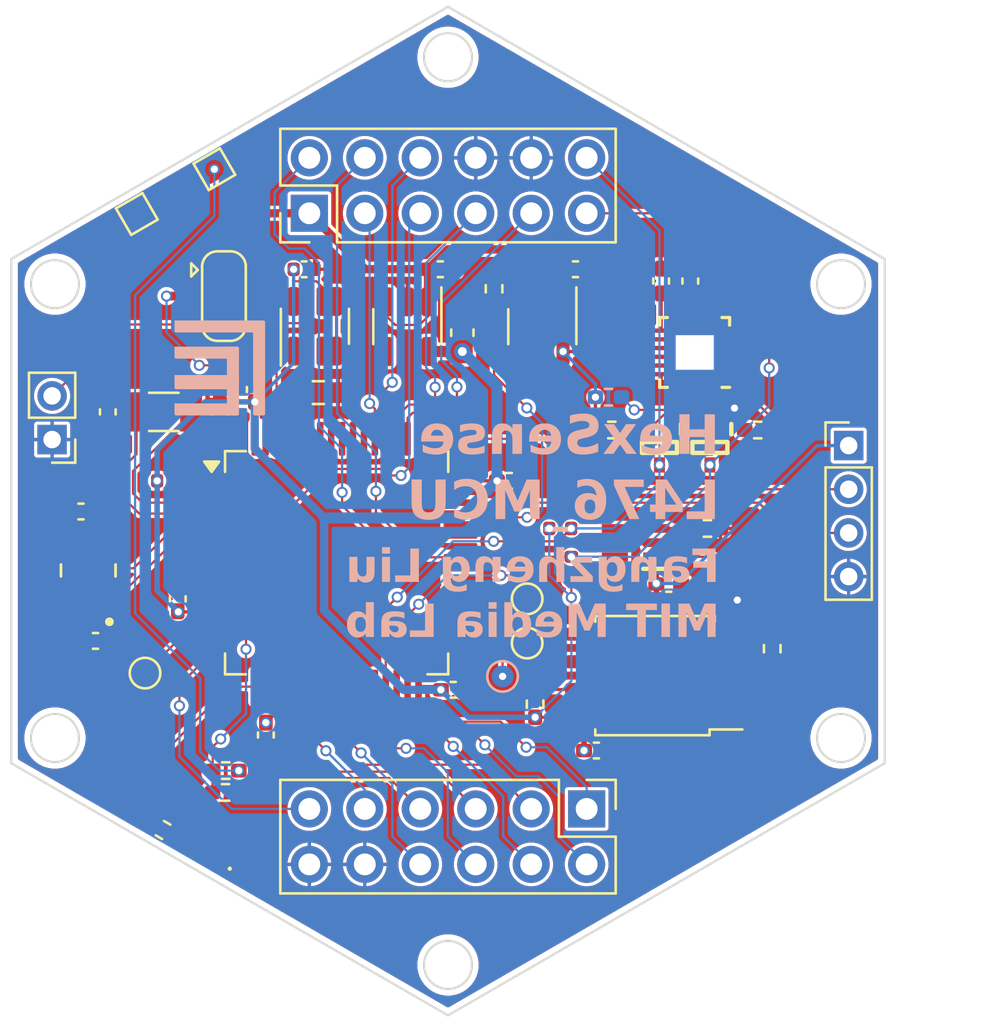
<source format=kicad_pcb>
(kicad_pcb (version 20241229) (generator "pcbnew") (generator_version "9.0")
  (layers (0 "F.Cu" signal) (2 "B.Cu" signal) (13 "F.Paste" user) (15 "B.Paste" user) (5 "F.SilkS" user "F.Silkscreen") (7 "B.SilkS" user "B.Silkscreen") (1 "F.Mask" user) (3 "B.Mask" user) (25 "Edge.Cuts" user))
  (net 0 "")
  (net 1 "GND")
  (net 2 "+3.3V")
  (net 3 "/VBAT")
  (net 4 "/MOSI")
  (net 5 "/MISO")
  (net 6 "/D6")
  (net 7 "/SCK")
  (net 8 "Net-(J5-Pin_2)")
  (net 9 "Net-(D2-A)")
  (net 10 "Net-(U1-~{HOLD})")
  (net 11 "Net-(U1-~{WP})")
  (net 12 "/D7")
  (net 14 "Net-(JP1-C)")
  (net 16 "+1V8")
  (net 32 "Net-(U5-~{CS})")
  (net 33 "/SDA_1V8")
  (net 34 "/SCL_1V8")
  (net 35 "Net-(U5-REGOUT)")
  (net 36 "SWDCLK")
  (net 37 "SWDIO")
  (net 38 "NRST")
  (net 39 "PA3")
  (net 40 "BOOT0")
  (net 41 "Net-(JP1-A)")
  (net 42 "SPI1_MISO")
  (net 43 "SPI1_MOSI")
  (net 44 "I2C2_SCL")
  (net 45 "I2C2_SDA")
  (net 46 "SPI1_SCK")
  (net 47 "Net-(U7-PH0-OSC_IN(PH0))")
  (net 48 "Net-(U7-PC14-OSC32_IN(PC14))")
  (net 49 "Net-(U7-PC15-OSC32_OUT(PC15))")
  (net 50 "Net-(U7-PH1-OSC_OUT(PH1))")
  (net 51 "Net-(U7-VBAT)")
  (net 52 "PC4")
  (net 53 "PB2")
  (net 54 "PB12")
  (net 55 "PB13")
  (net 56 "PB14")
  (net 57 "PB7")
  (net 58 "PB4")
  (net 59 "PC13")
  (net 60 "PC0")
  (net 61 "PB15")
  (net 62 "PB0")
  (net 63 "PA9")
  (net 64 "PA2")
  (net 65 "PB1")
  (net 66 "PC8")
  (net 67 "SPI3_MOSI")
  (net 68 "PA10")
  (net 69 "PC6")
  (net 70 "PC3")
  (net 71 "PB5")
  (net 72 "SPI1_CS")
  (net 73 "PC5")
  (net 74 "SWO")
  (net 75 "PB9")
  (net 76 "PA11")
  (net 77 "PB6")
  (net 78 "SPI3_MISO")
  (net 79 "SPI3_CS")
  (net 80 "PD2")
  (net 81 "PC2")
  (net 82 "PA0")
  (net 83 "PC9")
  (net 84 "PA1")
  (net 85 "PC7")
  (net 86 "PB8")
  (net 87 "PA12")
  (net 88 "PC1")
  (net 89 "SPI3_SCK")
  (net 90 "PA8")
  (footprint "Package_QFP:LQFP-64_10x10mm_P0.5mm" (layer "F.Cu") (at 145.06 102.468621)
    (property "Reference" "U7" (hide yes))
    (property "Value" "STM32L476RGT6")
  )
  (footprint "LED_SMD:LED_0402_1005Metric_Pad0.77x0.64mm_HandSolder" (layer "F.Cu") (at 139.07 115.848621 150)
    (property "Reference" "D2" (hide yes))
    (property "Value" "Green")
  )
  (footprint "PCM_JLCPCB:R_0402" (layer "F.Cu") (at 155.81 102.698621 90)
    (property "Reference" "R2" (hide yes))
    (property "Value" "4.7kΩ" (hide yes))
  )
  (footprint "Capacitor_SMD:C_0402_1005Metric_Pad0.74x0.62mm_HandSolder" (layer "F.Cu") (at 150.4 108.288621)
    (property "Reference" "C19" (hide yes))
    (property "Value" "0.1uF")
  )
  (footprint "Resistor_SMD:R_0402_1005Metric_Pad0.72x0.64mm_HandSolder" (layer "F.Cu") (at 137.11 114.708621 150)
    (property "Reference" "R22" (hide yes))
    (property "Value" "10kΩ")
  )
  (footprint "Mylib:XTAL_ECS-160-12-33-AGN-TR3" (layer "F.Cu") (at 133.685 102.823621 90)
    (property "Reference" "Y3" (hide yes))
    (property "Value" "ECS-160-12-33-AGN-TR3")
  )
  (footprint "Capacitor_SMD:C_0402_1005Metric_Pad0.74x0.62mm_HandSolder" (layer "F.Cu") (at 134.0175 106.048621 180)
    (property "Reference" "C26" (hide yes))
    (property "Value" "18pF")
  )
  (footprint "Package_TO_SOT_SMD:TSOT-23-5" (layer "F.Cu") (at 148.2975 91.658621 -90)
    (property "Reference" "U4" (hide yes))
    (property "Value" "ADP160AUJZ-3.3-R7")
  )
  (footprint "Resistor_SMD:R_0402_1005Metric_Pad0.72x0.64mm_HandSolder" (layer "F.Cu") (at 139.9825 111.988621)
    (property "Reference" "R5" (hide yes))
    (property "Value" "10K")
  )
  (footprint "Connector_PinHeader_2.54mm:PinHeader_2x06_P2.54mm_Vertical" (layer "F.Cu") (at 143.81 86.465599 90)
    (property "Reference" "J1" (hide yes))
    (property "Value" "Conn_02x06_Odd_Even" (hide yes))
  )
  (footprint "Resistor_SMD:R_0402_1005Metric_Pad0.72x0.64mm_HandSolder" (layer "F.Cu") (at 152.27 89.923621 -90)
    (property "Reference" "R4" (hide yes))
    (property "Value" "10K")
  )
  (footprint "Package_TO_SOT_SMD:TSOT-23-5" (layer "F.Cu") (at 154.48 91.658621 -90)
    (property "Reference" "U6" (hide yes))
    (property "Value" "ADP160AUJZ-1.8")
  )
  (footprint "Capacitor_SMD:C_0402_1005Metric_Pad0.74x0.62mm_HandSolder" (layer "F.Cu") (at 139.71 95.561121 -90)
    (property "Reference" "C23" (hide yes))
    (property "Value" "18pF")
  )
  (footprint "Capacitor_SMD:C_0603_1608Metric_Pad1.08x0.95mm_HandSolder" (layer "F.Cu") (at 150.8175 91.933621 -90)
    (property "Reference" "C9" (hide yes))
    (property "Value" "10uF")
  )
  (footprint "Resistor_SMD:R_0402_1005Metric_Pad0.72x0.64mm_HandSolder" (layer "F.Cu") (at 154.15 108.948621 -90)
    (property "Reference" "R12" (hide yes))
    (property "Value" "10K")
  )
  (footprint "TestPoint:TestPoint_Pad_D1.0mm" (layer "F.Cu") (at 153.785 106.148621)
    (property "Reference" "TP5" (hide yes))
    (property "Value" "TestPoint")
  )
  (footprint "Capacitor_SMD:C_0402_1005Metric_Pad0.74x0.62mm_HandSolder" (layer "F.Cu") (at 160.27 103.438621)
    (property "Reference" "C1" (hide yes))
    (property "Value" "0.01uF")
  )
  (footprint "Package_TO_SOT_SMD:SOT-23-8" (layer "F.Cu") (at 144.065 91.641121 90)
    (property "Reference" "U3" (hide yes))
    (property "Value" "MAX6372")
  )
  (footprint "Connector_PinHeader_2.54mm:PinHeader_2x06_P2.54mm_Vertical" (layer "F.Cu") (at 156.51 113.743621 -90)
    (property "Reference" "J2" (hide yes))
    (property "Value" "Conn_02x06_Odd_Even")
  )
  (footprint "Resistor_SMD:R_0402_1005Metric_Pad0.72x0.64mm_HandSolder" (layer "F.Cu") (at 139.9725 112.988621 180)
    (property "Reference" "R6" (hide yes))
    (property "Value" "10K")
  )
  (footprint "TestPoint:TestPoint_Pad_1.0x1.0mm" (layer "F.Cu") (at 139.46 84.448621 30)
    (property "Reference" "TP3" (hide yes))
    (property "Value" "BAT_TP")
  )
  (footprint "Capacitor_SMD:C_0402_1005Metric_Pad0.74x0.62mm_HandSolder" (layer "F.Cu") (at 161.2575 89.568621 90)
    (property "Reference" "C16" (hide yes))
    (property "Value" "0.1uF")
  )
  (footprint "PCM_JLCPCB:R_0402" (layer "F.Cu") (at 137.34 98.718621)
    (property "Reference" "R16" (hide yes))
    (property "Value" "0Ω" (hide yes))
  )
  (footprint "Capacitor_SMD:C_0402_1005Metric_Pad0.74x0.62mm_HandSolder" (layer "F.Cu") (at 137.785 104.123621 90)
    (property "Reference" "C21" (hide yes))
    (property "Value" "0.1uF")
  )
  (footprint "Capacitor_SMD:C_0402_1005Metric_Pad0.74x0.62mm_HandSolder" (layer "F.Cu") (at 159.92 89.568621 90)
    (property "Reference" "C11" (hide yes))
    (property "Value" "0.1uF")
  )
  (footprint "Resistor_SMD:R_0402_1005Metric_Pad0.72x0.64mm_HandSolder" (layer "F.Cu") (at 165.01 106.406121 90)
    (property "Reference" "R13" (hide yes))
    (property "Value" "10K")
  )
  (footprint "TestPoint:TestPoint_Pad_D1.0mm" (layer "F.Cu") (at 136.285 107.523621)
    (property "Reference" "TP1" (hide yes))
    (property "Value" "TestPoint")
  )
  (footprint "Capacitor_SMD:C_0402_1005Metric_Pad0.74x0.62mm_HandSolder" (layer "F.Cu") (at 156.9575 111.068621)
    (property "Reference" "C3" (hide yes))
    (property "Value" "0.01uF")
  )
  (footprint "Resistor_SMD:R_0402_1005Metric_Pad0.72x0.64mm_HandSolder" (layer "F.Cu") (at 162.04 100.898621 180)
    (property "Reference" "R3" (hide yes))
    (property "Value" "10K")
  )
  (footprint "SamacSys_Parts:SOTFL50P160X60-3N" (layer "F.Cu") (at 159.845 97.190621 -90)
    (property "Reference" "Q2" (hide yes))
    (property "Value" "PJE8408_R1_00001" (hide yes))
  )
  (footprint "Resistor_SMD:R_0402_1005Metric_Pad0.72x0.64mm_HandSolder" (layer "F.Cu") (at 164.345 96.390621 180)
    (property "Reference" "R18" (hide yes))
    (property "Value" "10K")
  )
  (footprint "Capacitor_SMD:C_0402_1005Metric_Pad0.74x0.62mm_HandSolder" (layer "F.Cu") (at 141.31 94.536121 90)
    (property "Reference" "C17" (hide yes))
    (property "Value" "0.1uF")
  )
  (footprint "Sensor_Motion:InvenSense_QFN-24_3x3mm_P0.4mm" (layer "F.Cu") (at 161.4575 92.838621 180)
    (property "Reference" "U5" (hide yes))
    (property "Value" "ICM-20948")
  )
  (footprint "SamacSys_Parts:SOT65P210X100-6N" (layer "F.Cu") (at 158.7525 101.548621 180)
    (property "Reference" "IC2" (hide yes))
    (property "Value" "LTC4311CSC6#TRPBF" (hide yes))
  )
  (footprint "Capacitor_SMD:C_0402_1005Metric" (layer "F.Cu") (at 143.57 89.031121)
    (property "Reference" "C10" (hide yes))
    (property "Value" "0.1uF")
  )
  (footprint "Jumper:SolderJumper-3_P1.3mm_Open_RoundedPad1.0x1.5mm" (layer "F.Cu") (at 139.9 90.258621 -90)
    (property "Reference" "JP1" (hide yes))
    (property "Value" "RST Jumper")
  )
  (footprint "Capacitor_SMD:C_0402_1005Metric_Pad0.74x0.62mm_HandSolder" (layer "F.Cu") (at 133.3525 100.123621)
    (property "Reference" "C22" (hide yes))
    (property "Value" "18pF")
  )
  (footprint "TestPoint:TestPoint_Pad_1.0x1.0mm" (layer "F.Cu") (at 135.91 86.498621 30)
    (property "Reference" "TP2" (hide yes))
    (property "Value" "BAT_TP")
  )
  (footprint "Capacitor_SMD:C_0402_1005Metric_Pad0.74x0.62mm_HandSolder" (layer "F.Cu") (at 134.58 95.561121 -90)
    (property "Reference" "C24" (hide yes))
    (property "Value" "18pF")
  )
  (footprint "SamacSys_Parts:SOTFL50P160X60-3N" (layer "F.Cu") (at 162.155 97.190621 -90)
    (property "Reference" "Q1" (hide yes))
    (property "Value" "PJE8408_R1_00001" (hide yes))
  )
  (footprint "Resistor_SMD:R_0201_0603Metric" (layer "F.Cu") (at 137.88 90.258621 180)
    (property "Reference" "R9" (hide yes))
    (property "Value" "0")
  )
  (footprint "Connector_PinHeader_2.00mm:PinHeader_1x04_P2.00mm_Vertical" (layer "F.Cu") (at 168.51 97.10461)
    (property "Reference" "J6" (hide yes))
    (property "Value" "Conn_01x04_Pin")
  )
  (footprint "Capacitor_SMD:C_0402_1005Metric_Pad0.74x0.62mm_HandSolder" (layer "F.Cu") (at 149.81 89.028621)
    (property "Reference" "C8" (hide yes))
    (property "Value" "0.1uF")
  )
  (footprint "TestPoint:TestPoint_Pad_D1.0mm" (layer "F.Cu") (at 153.785 104.123621)
    (property "Reference" "TP6" (hide yes))
    (property "Value" "TestPoint")
  )
  (footprint "Crystal:Crystal_SMD_3215-2Pin_3.2x1.5mm" (layer "F.Cu") (at 137.145 95.561121 180)
    (property "Reference" "Y2" (hide yes))
    (property "Value" "32KHz")
  )
  (footprint "Resistor_SMD:R_0402_1005Metric_Pad0.72x0.64mm_HandSolder" (layer "F.Cu") (at 157.6625 96.390621 180)
    (property "Reference" "R17" (hide yes))
    (property "Value" "10K")
  )
  (footprint "Resistor_SMD:R_0603_1608Metric_Pad0.98x0.95mm_HandSolder" (layer "F.Cu") (at 144.2225 94.678621 180)
    (property "Reference" "R25" (hide yes))
    (property "Value" "10kΩ")
  )
  (footprint "Package_SO:SSOP-8_5.25x5.24mm_P1.27mm" (layer "F.Cu") (at 159.64 107.638621 180)
    (property "Reference" "U1" (hide yes))
    (property "Value" "MB85RS2MTAPNF-G-BDERE1")
  )
  (footprint "Capacitor_SMD:C_0402_1005Metric_Pad0.74x0.62mm_HandSolder" (layer "F.Cu") (at 141.82 110.358621 -90)
    (property "Reference" "C20" (hide yes))
    (property "Value" "0.1uF")
  )
  (footprint "Capacitor_SMD:C_0402_1005Metric_Pad0.74x0.62mm_HandSolder" (layer "F.Cu") (at 152.97 98.718621)
    (property "Reference" "C18" (hide yes))
    (property "Value" "0.1uF")
  )
  (footprint "PCM_JLCPCB:R_0402" (layer "F.Cu") (at 155.3 100.898621)
    (property "Reference" "R1" (hide yes))
    (property "Value" "4.7kΩ" (hide yes))
  )
  (footprint "Capacitor_SMD:C_0402_1005Metric_Pad0.74x0.62mm_HandSolder" (layer "F.Cu") (at 155.9975 89.028621)
    (property "Reference" "C14" (hide yes))
    (property "Value" "0.1uF")
  )
  (footprint "Connector_PinHeader_2.00mm:PinHeader_1x02_P2.00mm_Vertical" (layer "F.Cu") (at 132.03 96.828621 180)
    (property "Reference" "J5" (hide yes))
    (property "Value" "RESET")
  )
  (footprint "Resistor_SMD:R_0402_1005Metric_Pad0.72x0.64mm_HandSolder" (layer "B.Cu") (at 157.51 94.888621 180)
    (property "Reference" "R21" (hide yes))
    (property "Value" "10K")
  )
  (footprint "TestPoint:TestPoint_Pad_D1.0mm" (layer "B.Cu") (at 152.66 107.673621)
    (property "Reference" "TP4" (hide yes))
    (property "Value" "TestPoint")
  )
  (gr_rect (start 141.31 91.848621) (end 141.71 95.648621) (stroke (width 0.15)) (fill yes) (layer "B.SilkS"))
  (gr_rect (start 137.71 91.448621) (end 141.71 91.848621) (stroke (width 0.15)) (fill yes) (layer "B.SilkS"))
  (gr_rect (start 140.11 92.648621) (end 140.51 95.648621) (stroke (width 0.15)) (fill yes) (layer "B.SilkS"))
  (gr_rect (start 137.71 95.248621) (end 140.51 95.648621) (stroke (width 0.15)) (fill yes) (layer "B.SilkS"))
  (gr_rect (start 137.71 92.648621) (end 140.51 93.048621) (stroke (width 0.15)) (fill yes) (layer "B.SilkS"))
  (gr_rect (start 137.71 93.948621) (end 140.51 94.448621) (stroke (width 0.15)) (fill yes) (layer "B.SilkS"))
  (gr_line (start 130.16 88.557605) (end 130.16 111.651615) (stroke (width 0.1)) (layer "Edge.Cuts"))
  (gr_circle (center 168.16 110.496915) (end 169.26 110.496915) (stroke (width 0.1)) (fill no) (layer "Edge.Cuts"))
  (gr_line (start 130.16 111.651615) (end 150.16 123.198621) (stroke (width 0.1)) (layer "Edge.Cuts"))
  (gr_circle (center 168.16 89.712305) (end 169.26 89.712305) (stroke (width 0.1)) (fill no) (layer "Edge.Cuts"))
  (gr_circle (center 132.16 89.712305) (end 133.26 89.712305) (stroke (width 0.1)) (fill no) (layer "Edge.Cuts"))
  (gr_line (start 150.16 77.010599) (end 130.16 88.557605) (stroke (width 0.1)) (layer "Edge.Cuts"))
  (gr_line (start 170.16 88.557605) (end 150.16 77.010599) (stroke (width 0.1)) (layer "Edge.Cuts"))
  (gr_circle (center 150.16 79.32) (end 151.26 79.32) (stroke (width 0.1)) (fill no) (layer "Edge.Cuts"))
  (gr_circle (center 150.16 120.88922) (end 151.26 120.88922) (stroke (width 0.1)) (fill no) (layer "Edge.Cuts"))
  (gr_line (start 170.16 111.651615) (end 170.16 88.557605) (stroke (width 0.1)) (layer "Edge.Cuts"))
  (gr_line (start 150.16 123.198621) (end 170.16 111.651615) (stroke (width 0.1)) (layer "Edge.Cuts"))
  (gr_circle (center 132.16 110.496915) (end 133.26 110.496915) (stroke (width 0.1)) (fill no) (layer "Edge.Cuts"))
  (gr_text "Fangzheng Liu\nMIT Media Lab" (at 162.61 106.123621 0) (layer "B.SilkS") (effects (font (size 1.5 1.5) (thickness 0.3) (bold yes)) (justify left bottom mirror)))
  (gr_text "HexSense\nL476_MCU" (at 162.61 100.773621 0) (layer "B.SilkS") (effects (font (size 1.778 1.778) (thickness 0.4445) (bold yes)) (justify left bottom mirror)))
  (segment (start 157.8025 101.548621) (end 156.93 101.548621) (width 0.254) (layer "F.Cu") (net 1))
  (segment (start 157.8025 101.548621) (end 159.7025 101.548621) (width 0.254) (layer "F.Cu") (net 1))
  (segment (start 159.7025 101.548621) (end 160.57 101.548621) (width 0.254) (layer "F.Cu") (net 1))
  (via (at 163.28 95.388621) (size 0.508) (drill 0.3302) (layers "F.Cu" "B.Cu") (net 1))
  (via (at 163.41 104.178621) (size 0.508) (drill 0.3302) (layers "F.Cu" "B.Cu") (net 1))
  (segment (start 141.15 104.718621) (end 142.31 105.878621) (width 0.1524) (layer "F.Cu") (net 2))
  (segment (start 139.385 104.718621) (end 137.81 104.718621) (width 0.1524) (layer "F.Cu") (net 2))
  (segment (start 159.7025 103.418621) (end 159.7025 102.198621) (width 0.254) (layer "F.Cu") (net 2))
  (segment (start 145.04 90.503621) (end 144.39 90.503621) (width 0.1016) (layer "F.Cu") (net 2))
  (segment (start 154.15 109.546121) (end 156.3875 109.546121) (width 0.1397) (layer "F.Cu") (net 2))
  (segment (start 165.01 105.808621) (end 165.01 103.788621) (width 0.1016) (layer "F.Cu") (net 2))
  (segment (start 143.09 89.578621) (end 143.09 90.503621) (width 0.1524) (layer "F.Cu") (net 2))
  (segment (start 141.82 109.791121) (end 142.31 109.301121) (width 0.1524) (layer "F.Cu") (net 2))
  (segment (start 150.735 98.718621) (end 152.4025 98.718621) (width 0.1524) (layer "F.Cu") (net 2))
  (segment (start 144.39 90.503621) (end 144.39 89.841122) (width 0.1016) (layer "F.Cu") (net 2))
  (segment (start 143.09 89.031121) (end 143.09 89.578621) (width 0.1524) (layer "F.Cu") (net 2))
  (segment (start 142.31 109.301121) (end 142.31 108.143621) (width 0.1524) (layer "F.Cu") (net 2))
  (segment (start 156.39 111.068621) (end 156.39 109.543621) (width 0.254) (layer "F.Cu") (net 2))
  (segment (start 144.39 89.841122) (end 144.127499 89.578621) (width 0.1016) (layer "F.Cu") (net 2))
  (segment (start 144.127499 89.578621) (end 143.09 89.578621) (width 0.1016) (layer "F.Cu") (net 2))
  (segment (start 163.42 102.198621) (end 159.7025 102.198621) (width 0.1016) (layer "F.Cu") (net 2))
  (segment (start 145.04 92.778621) (end 145.04 90.503621) (width 0.1016) (layer "F.Cu") (net 2))
  (segment (start 142.31 105.878621) (end 142.31 108.143621) (width 0.1524) (layer "F.Cu") (net 2))
  (segment (start 148.81 108.143621) (end 149.6875 108.143621) (width 0.1524) (layer "F.Cu") (net 2))
  (segment (start 159.7025 103.438621) (end 159.7025 107.846121) (width 0.254) (layer "F.Cu") (net 2))
  (segment (start 156.3875 109.546121) (end 156.39 109.543621) (width 0.1397) (layer "F.Cu") (net 2))
  (segment (start 139.385 104.718621) (end 141.15 104.718621) (width 0.1524) (layer "F.Cu") (net 2))
  (segment (start 149.6875 108.143621) (end 149.8325 108.288621) (width 0.1524) (layer "F.Cu") (net 2))
  (segment (start 159.7025 103.438621) (end 159.7025 103.418621) (width 0.254) (layer "F.Cu") (net 2))
  (segment (start 155.81 104.058621) (end 155.81 103.198621) (width 0.1016) (layer "F.Cu") (net 2))
  (segment (start 165.01 103.788621) (end 163.42 102.198621) (width 0.1016) (layer "F.Cu") (net 2))
  (segment (start 141.31 96.793621) (end 141.31 95.103621) (width 0.1524) (layer "F.Cu") (net 2))
  (segment (start 159.7025 107.846121) (end 158.005 109.543621) (width 0.254) (layer "F.Cu") (net 2))
  (segment (start 149.2475 92.796121) (end 150.8175 92.796121) (width 0.508) (layer "F.Cu") (net 2))
  (segment (start 158.005 109.543621) (end 156.39 109.543621) (width 0.254) (layer "F.Cu") (net 2))
  (via (at 159.7025 103.418621) (size 0.508) (drill 0.3302) (layers "F.Cu" "B.Cu") (net 2))
  (via (at 141.82 109.791121) (size 0.508) (drill 0.3302) (layers "F.Cu" "B.Cu") (net 2))
  (via (at 150.8175 92.796121) (size 0.762) (drill 0.4064) (layers "F.Cu" "B.Cu") (net 2))
  (via (at 156.39 111.068621) (size 0.508) (drill 0.3302) (layers "F.Cu" "B.Cu") (net 2))
  (via (at 154.15 109.546121) (size 0.508) (drill 0.3302) (layers "F.Cu" "B.Cu") (net 2))
  (via (at 155.81 104.058621) (size 0.508) (drill 0.3302) (layers "F.Cu" "B.Cu") (net 2))
  (via (at 136.84 98.718621) (size 0.508) (drill 0.3302) (layers "F.Cu" "B.Cu") (net 2))
  (via (at 152.4025 98.718621) (size 0.508) (drill 0.3302) (layers "F.Cu" "B.Cu") (net 2))
  (via (at 143.09 89.031121) (size 0.508) (drill 0.3302) (layers "F.Cu" "B.Cu") (net 2))
  (via (at 149.8325 108.288621) (size 0.508) (drill 0.3302) (layers "F.Cu" "B.Cu") (net 2))
  (via (at 141.31 95.103621) (size 0.508) (drill 0.3302) (layers "F.Cu" "B.Cu") (net 2))
  (via (at 154.8 100.898621) (size 0.508) (drill 0.3302) (layers "F.Cu" "B.Cu") (net 2))
  (via (at 137.81 104.718621) (size 0.508) (drill 0.3302) (layers "F.Cu" "B.Cu") (net 2))
  (segment (start 139.035 95.103621) (end 136.84 97.298621) (width 0.254) (layer "B.Cu") (net 2))
  (segment (start 144.49 100.418621) (end 141.31 97.238621) (width 0.381) (layer "B.Cu") (net 2))
  (segment (start 149.8325 108.288621) (end 151.09 109.546121) (width 0.254) (layer "B.Cu") (net 2))
  (segment (start 144.49 100.418621) (end 144.49 104.658621) (width 0.381) (layer "B.Cu") (net 2))
  (segment (start 155.81 104.058621) (end 155.81 107.886121) (width 0.1016) (layer "B.Cu") (net 2))
  (segment (start 152.4025 98.718621) (end 150.7025 100.418621) (width 0.508) (layer "B.Cu") (net 2))
  (segment (start 151.09 109.546121) (end 154.15 109.546121) (width 0.254) (layer "B.Cu") (net 2))
  (segment (start 136.84 103.748621) (end 137.81 104.718621) (width 0.254) (layer "B.Cu") (net 2))
  (segment (start 154.8 103.048621) (end 154.8 100.898621) (width 0.1016) (layer "B.Cu") (net 2))
  (segment (start 159.7025 103.418621) (end 160.75 103.418621) (width 0.1524) (layer "B.Cu") (net 2))
  (segment (start 136.84 97.298621) (end 136.84 98.718621) (width 0.254) (layer "B.Cu") (net 2))
  (segment (start 148.12 108.288621) (end 149.8325 108.288621) (width 0.381) (layer "B.Cu") (net 2))
  (segment (start 152.4025 94.381121) (end 152.4025 98.718621) (width 0.508) (layer "B.Cu") (net 2))
  (segment (start 155.81 104.058621) (end 154.8 103.048621) (width 0.1016) (layer "B.Cu") (net 2))
  (segment (start 144.49 104.658621) (end 148.12 108.288621) (width 0.381) (layer "B.Cu") (net 2))
  (segment (start 150.8175 92.796121) (end 152.4025 94.381121) (width 0.508) (layer "B.Cu") (net 2))
  (segment (start 143.09 89.031121) (end 143.09 93.323621) (width 0.1524) (layer "B.Cu") (net 2))
  (segment (start 141.31 95.103621) (end 139.035 95.103621) (width 0.254) (layer "B.Cu") (net 2))
  (segment (start 155.81 107.886121) (end 154.15 109.546121) (width 0.1016) (layer "B.Cu") (net 2))
  (segment (start 160.75 103.418621) (end 167.064011 97.10461) (width 0.1524) (layer "B.Cu") (net 2))
  (segment (start 136.84 98.718621) (end 136.84 103.748621) (width 0.254) (layer "B.Cu") (net 2))
  (segment (start 167.064011 97.10461) (end 168.51 97.10461) (width 0.1524) (layer "B.Cu") (net 2))
  (segment (start 143.09 93.323621) (end 141.31 95.103621) (width 0.1524) (layer "B.Cu") (net 2))
  (segment (start 150.7025 100.418621) (end 144.49 100.418621) (width 0.508) (layer "B.Cu") (net 2))
  (segment (start 141.31 97.238621) (end 141.31 95.103621) (width 0.381) (layer "B.Cu") (net 2))
  (segment (start 146.373022 89.028621) (end 149.2425 89.028621) (width 0.381) (layer "F.Cu") (net 3))
  (segment (start 147.3475 91.18362) (end 147.742501 91.578621) (width 0.1016) (layer "F.Cu") (net 3))
  (segment (start 149.2475 91.18362) (end 149.2475 90.521121) (width 0.1016) (layer "F.Cu") (net 3))
  (segment (start 147.742501 91.578621) (end 148.852499 91.578621) (width 0.1016) (layer "F.Cu") (net 3))
  (segment (start 154.52 88.118621) (end 155.43 89.028621) (width 0.381) (layer "F.Cu") (net 3))
  (segment (start 149.2475 90.521121) (end 149.2475 89.033621) (width 0.381) (layer "F.Cu") (net 3))
  (segment (start 143.81 86.465599) (end 141.476978 86.465599) (width 0.381) (layer "F.Cu") (net 3))
  (segment (start 148.852499 91.578621) (end 149.2475 91.18362) (width 0.1016) (layer "F.Cu") (net 3))
  (segment (start 149.2425 89.028621) (end 150.1525 88.118621) (width 0.381) (layer "F.Cu") (net 3))
  (segment (start 149.2475 89.033621) (end 149.2425 89.028621) (width 0.254) (layer "F.Cu") (net 3))
  (segment (start 147.3475 90.521121) (end 147.3475 91.18362) (width 0.1016) (layer "F.Cu") (net 3))
  (segment (start 141.476978 86.465599) (end 139.46 84.448621) (width 0.381) (layer "F.Cu") (net 3))
  (segment (start 143.81 86.465599) (end 146.373022 89.028621) (width 0.381) (layer "F.Cu") (net 3))
  (segment (start 150.1525 88.118621) (end 154.52 88.118621) (width 0.381) (layer "F.Cu") (net 3))
  (segment (start 155.43 90.521121) (end 155.43 89.028621) (width 0.381) (layer "F.Cu") (net 3))
  (via (at 139.46 84.448621) (size 0.508) (drill 0.3302) (layers "F.Cu" "B.Cu") (net 3))
  (via (at 140.58 111.988621) (size 0.508) (drill 0.3302) (layers "F.Cu" "B.Cu") (net 3))
  (segment (start 138.81 111.098621) (end 138.81 107.768621) (width 0.1016) (layer "B.Cu") (net 3))
  (segment (start 140.58 111.988621) (end 139.68 111.988621) (width 0.1016) (layer "B.Cu") (net 3))
  (segment (start 139.46 86.588621) (end 139.46 84.448621) (width 0.1016) (layer "B.Cu") (net 3))
  (segment (start 139.68 111.988621) (end 138.8 111.108621) (width 0.1016) (layer "B.Cu") (net 3))
  (segment (start 138.8 111.108621) (end 138.81 111.098621) (width 0.1016) (layer "B.Cu") (net 3))
  (segment (start 135.83 90.218621) (end 139.46 86.588621) (width 0.1016) (layer "B.Cu") (net 3))
  (segment (start 138.81 107.768621) (end 135.83 104.788621) (width 0.1016) (layer "B.Cu") (net 3))
  (segment (start 135.83 104.788621) (end 135.83 90.218621) (width 0.1016) (layer "B.Cu") (net 3))
  (segment (start 135.3 91.558621) (end 132.03 94.828621) (width 0.1016) (layer "F.Cu") (net 8))
  (segment (start 139.9 91.558621) (end 135.3 91.558621) (width 0.1016) (layer "F.Cu") (net 8))
  (segment (start 137.62745 115.007371) (end 138.5742 115.562371) (width 0.1016) (layer "F.Cu") (net 9))
  (segment (start 156.39 108.273621) (end 154.2275 108.273621) (width 0.1397) (layer "F.Cu") (net 10))
  (segment (start 154.2275 108.273621) (end 154.15 108.351121) (width 0.1397) (layer "F.Cu") (net 10))
  (segment (start 162.89 107.003621) (end 165.01 107.003621) (width 0.1397) (layer "F.Cu") (net 11))
  (segment (start 159.7025 100.898621) (end 161.4425 100.898621) (width 0.1397) (layer "F.Cu") (net 12))
  (segment (start 138.2 90.258621) (end 139.9 90.258621) (width 0.1016) (layer "F.Cu") (net 14))
  (segment (start 159.687 97.048621) (end 160.345 96.390621) (width 0.1016) (layer "F.Cu") (net 16))
  (segment (start 155.43 92.796121) (end 156.2625 92.796121) (width 0.1524) (layer "F.Cu") (net 16))
  (segment (start 162.047 96.998621) (end 162.655 96.390621) (width 0.1016) (layer "F.Cu") (net 16))
  (segment (start 159.92 90.136121) (end 160.4663 89.589821) (width 0.1524) (layer "F.Cu") (net 16))
  (segment (start 156.2625 92.796121) (end 158.9225 90.136121) (width 0.1524) (layer "F.Cu") (net 16))
  (segment (start 160.345 96.390621) (end 160.953 96.998621) (width 0.1016) (layer "F.Cu") (net 16))
  (segment (start 159.92 91.838621) (end 159.92 90.136121) (width 0.1524) (layer "F.Cu") (net 16))
  (segment (start 156.9125 94.888621) (end 156.9125 96.238121) (width 0.1524) (layer "F.Cu") (net 16))
  (segment (start 157.723 97.048621) (end 159.687 97.048621) (width 0.1016) (layer "F.Cu") (net 16))
  (segment (start 162.0575 90.731121) (end 162.0575 91.301121) (width 0.1524) (layer "F.Cu") (net 16))
  (segment (start 156.9125 96.238121) (end 157.065 96.390621) (width 0.1524) (layer "F.Cu") (net 16))
  (segment (start 158.9225 90.136121) (end 159.92 90.136121) (width 0.1524) (layer "F.Cu") (net 16))
  (segment (start 160.953 96.998621) (end 162.047 96.998621) (width 0.1016) (layer "F.Cu") (net 16))
  (segment (start 162.655 96.390621) (end 163.7475 96.390621) (width 0.1016) (layer "F.Cu") (net 16))
  (segment (start 162.0575 90.006121) (end 162.0575 90.731121) (width 0.1524) (layer "F.Cu") (net 16))
  (segment (start 161.6412 89.589821) (end 162.0575 90.006121) (width 0.1524) (layer "F.Cu") (net 16))
  (segment (start 157.065 96.390621) (end 157.723 97.048621) (width 0.1016) (layer "F.Cu") (net 16))
  (segment (start 160.4663 89.589821) (end 161.6412 89.589821) (width 0.1524) (layer "F.Cu") (net 16))
  (via (at 156.9125 94.888621) (size 0.508) (drill 0.3302) (layers "F.Cu" "B.Cu") (net 16))
  (via (at 155.43 92.796121) (size 0.508) (drill 0.3302) (layers "F.Cu" "B.Cu") (net 16))
  (segment (start 156.9125 94.888621) (end 156.9125 94.278621) (width 0.1524) (layer "B.Cu") (net 16))
  (segment (start 156.9125 94.278621) (end 155.43 92.796121) (width 0.1524) (layer "B.Cu") (net 16))
  (segment (start 161.6575 95.071121) (end 161.26 95.468621) (width 0.1016) (layer "F.Cu") (net 32))
  (segment (start 161.6575 94.376121) (end 161.6575 95.071121) (width 0.1016) (layer "F.Cu") (net 32))
  (segment (start 161.26 95.468621) (end 158.69 95.468621) (width 0.1016) (layer "F.Cu") (net 32))
  (via (at 158.69 95.468621) (size 0.508) (drill 0.3302) (layers "F.Cu" "B.Cu") (net 32))
  (segment (start 158.6875 95.468621) (end 158.1075 94.888621) (width 0.1016) (layer "B.Cu") (net 32))
  (segment (start 158.69 95.468621) (end 158.6875 95.468621) (width 0.1016) (layer "B.Cu") (net 32))
  (segment (start 163.5275 94.376121) (end 164.9425 95.791121) (width 0.1016) (layer "F.Cu") (net 33))
  (segment (start 162.4575 94.376121) (end 162.4575 95.588121) (width 0.1016) (layer "F.Cu") (net 33))
  (segment (start 164.9425 95.791121) (end 164.9425 96.390621) (width 0.1016) (layer "F.Cu") (net 33))
  (segment (start 162.4575 95.588121) (end 161.655 96.390621) (width 0.1016) (layer "F.Cu") (net 33))
  (segment (start 162.4575 94.376121) (end 163.5275 94.376121) (width 0.1016) (layer "F.Cu") (net 33))
  (segment (start 162.0575 95.111121) (end 161.47 95.698621) (width 0.1016) (layer "F.Cu") (net 34))
  (segment (start 160.037 95.698621) (end 159.345 96.390621) (width 0.1016) (layer "F.Cu") (net 34))
  (segment (start 159.345 96.390621) (end 158.26 96.390621) (width 0.1016) (layer "F.Cu") (net 34))
  (segment (start 161.47 95.698621) (end 160.037 95.698621) (width 0.1016) (layer "F.Cu") (net 34))
  (segment (start 162.0575 94.376121) (end 162.0575 95.111121) (width 0.1016) (layer "F.Cu") (net 34))
  (segment (start 161.2575 91.301121) (end 161.2575 90.136121) (width 0.1397) (layer "F.Cu") (net 35))
  (segment (start 148.81 96.793621) (end 154.495 96.793621) (width 0.1016) (layer "F.Cu") (net 36))
  (segment (start 156.805989 99.10461) (end 168.51 99.10461) (width 0.1016) (layer "F.Cu") (net 36))
  (segment (start 154.495 96.793621) (end 156.805989 99.10461) (width 0.1016) (layer "F.Cu") (net 36))
  (segment (start 165.775989 101.10461) (end 168.51 101.10461) (width 0.1016) (layer "F.Cu") (net 37))
  (segment (start 150.735 99.718621) (end 164.39 99.718621) (width 0.1016) (layer "F.Cu") (net 37))
  (segment (start 164.39 99.718621) (end 165.775989 101.10461) (width 0.1016) (layer "F.Cu") (net 37))
  (segment (start 139.58 93.428621) (end 140.53 94.378621) (width 0.1016) (layer "F.Cu") (net 38))
  (segment (start 140.29 101.718621) (end 139.385 101.718621) (width 0.1016) (layer "F.Cu") (net 38))
  (segment (start 140.53 101.478621) (end 140.29 101.718621) (width 0.1016) (layer "F.Cu") (net 38))
  (segment (start 138.77 93.428621) (end 139.58 93.428621) (width 0.1016) (layer "F.Cu") (net 38))
  (segment (start 140.53 94.378621) (end 140.53 101.478621) (width 0.1016) (layer "F.Cu") (net 38))
  (via (at 138.77 93.428621) (size 0.508) (drill 0.3302) (layers "F.Cu" "B.Cu") (net 38))
  (via (at 137.27 90.258621) (size 0.508) (drill 0.3302) (layers "F.Cu" "B.Cu") (net 38))
  (segment (start 138.77 93.428621) (end 137.27 91.928621) (width 0.1016) (layer "B.Cu") (net 38))
  (segment (start 137.27 91.928621) (end 137.27 90.258621) (width 0.1016) (layer "B.Cu") (net 38))
  (segment (start 140.165 108.143621) (end 136.59255 111.716071) (width 0.1016) (layer "F.Cu") (net 39))
  (segment (start 141.31 108.143621) (end 140.165 108.143621) (width 0.1016) (layer "F.Cu") (net 39))
  (segment (start 136.59255 111.716071) (end 136.59255 114.409871) (width 0.1016) (layer "F.Cu") (net 39))
  (segment (start 143.31 96.793621) (end 143.31 94.678621) (width 0.1397) (layer "F.Cu") (net 40))
  (segment (start 143.74 91.118621) (end 143.36 91.498621) (width 0.1016) (layer "F.Cu") (net 41))
  (segment (start 141.44 88.958621) (end 139.9 88.958621) (width 0.1016) (layer "F.Cu") (net 41))
  (segment (start 143.36 91.498621) (end 142.505 91.498621) (width 0.1016) (layer "F.Cu") (net 41))
  (segment (start 143.74 90.503621) (end 143.74 91.118621) (width 0.1016) (layer "F.Cu") (net 41))
  (segment (start 142.505 91.498621) (end 142.07 91.063621) (width 0.1016) (layer "F.Cu") (net 41))
  (segment (start 142.07 89.588621) (end 141.44 88.958621) (width 0.1016) (layer "F.Cu") (net 41))
  (segment (start 142.07 91.063621) (end 142.07 89.588621) (width 0.1016) (layer "F.Cu") (net 41))
  (segment (start 144.57 111.078621) (end 143.81 110.318621) (width 0.1016) (layer "F.Cu") (net 42))
  (segment (start 143.81 110.318621) (end 143.81 108.143621) (width 0.1016) (layer "F.Cu") (net 42))
  (via (at 144.57 111.078621) (size 0.508) (drill 0.3302) (layers "F.Cu" "B.Cu") (net 42))
  (segment (start 144.57 111.078621) (end 146.35 112.858621) (width 0.1016) (layer "B.Cu") (net 42))
  (segment (start 146.35 112.858621) (end 146.35 113.743621) (width 0.1016) (layer "B.Cu") (net 42))
  (segment (start 144.31 108.143621) (end 144.31 110.058621) (width 0.1016) (layer "F.Cu") (net 43))
  (segment (start 145.97 111.718621) (end 151.945 111.718621) (width 0.1016) (layer "F.Cu") (net 43))
  (segment (start 151.945 111.718621) (end 153.97 113.743621) (width 0.1016) (layer "F.Cu") (net 43))
  (segment (start 144.31 110.058621) (end 145.97 111.718621) (width 0.1016) (layer "F.Cu") (net 43))
  (segment (start 155.81 100.898621) (end 157.8025 100.898621) (width 0.1016) (layer "F.Cu") (net 44))
  (segment (start 147.835 104.043621) (end 147.31 104.568621) (width 0.1016) (layer "F.Cu") (net 44))
  (segment (start 147.31 104.568621) (end 147.31 108.143621) (width 0.1016) (layer "F.Cu") (net 44))
  (segment (start 155.21 101.488621) (end 152.25 101.488621) (width 0.1016) (layer "F.Cu") (net 44))
  (segment (start 155.8 100.898621) (end 155.21 101.488621) (width 0.1016) (layer "F.Cu") (net 44))
  (via (at 159.845 97.990621) (size 0.508) (drill 0.3302) (layers "F.Cu" "B.Cu") (net 44))
  (via (at 152.25 101.488621) (size 0.508) (drill 0.3302) (layers "F.Cu" "B.Cu") (net 44))
  (via (at 147.835 104.043621) (size 0.508) (drill 0.3302) (layers "F.Cu" "B.Cu") (net 44))
  (via (at 155.81 100.898621) (size 0.508) (drill 0.3302) (layers "F.Cu" "B.Cu") (net 44))
  (segment (start 150.39 101.488621) (end 152.25 101.488621) (width 0.1016) (layer "B.Cu") (net 44))
  (segment (start 156.51 83.925599) (end 159.845 87.260599) (width 0.1016) (layer "B.Cu") (net 44))
  (segment (start 159.845 98.783621) (end 157.73 100.898621) (width 0.1016) (layer "B.Cu") (net 44))
  (segment (start 159.845 97.990621) (end 159.845 98.783621) (width 0.1016) (layer "B.Cu") (net 44))
  (segment (start 159.845 87.260599) (end 159.845 97.990621) (width 0.1016) (layer "B.Cu") (net 44))
  (segment (start 157.73 100.898621) (end 155.81 100.898621) (width 0.1016) (layer "B.Cu") (net 44))
  (segment (start 147.835 104.043621) (end 150.39 101.488621) (width 0.1016) (layer "B.Cu") (net 44))
  (segment (start 164.87 90.038621) (end 161.296978 86.465599) (width 0.1016) (layer "F.Cu") (net 45))
  (segment (start 155.81 102.198621) (end 157.8025 102.198621) (width 0.1016) (layer "F.Cu") (net 45))
  (segment (start 148.82 104.368621) (end 147.81 105.378621) (width 0.1016) (layer "F.Cu") (net 45))
  (segment (start 153.285 103.048621) (end 154.135 102.198621) (width 0.1016) (layer "F.Cu") (net 45))
  (segment (start 152.585 103.048621) (end 153.285 103.048621) (width 0.1016) (layer "F.Cu") (net 45))
  (segment (start 164.87 93.548621) (end 164.87 90.038621) (width 0.1016) (layer "F.Cu") (net 45))
  (segment (start 161.296978 86.465599) (end 156.51 86.465599) (width 0.1016) (layer "F.Cu") (net 45))
  (segment (start 154.135 102.198621) (end 155.81 102.198621) (width 0.1016) (layer "F.Cu") (net 45))
  (segment (start 147.81 105.378621) (end 147.81 108.143621) (width 0.1016) (layer "F.Cu") (net 45))
  (via (at 148.82 104.368621) (size 0.508) (drill 0.3302) (layers "F.Cu" "B.Cu") (net 45))
  (via (at 164.87 93.548621) (size 0.508) (drill 0.3302) (layers "F.Cu" "B.Cu") (net 45))
  (via (at 152.585 103.048621) (size 0.508) (drill 0.3302) (layers "F.Cu" "B.Cu") (net 45))
  (via (at 155.81 102.198621) (size 0.508) (drill 0.3302) (layers "F.Cu" "B.Cu") (net 45))
  (via (at 162.155 97.990621) (size 0.508) (drill 0.3302) (layers "F.Cu" "B.Cu") (net 45))
  (segment (start 158.77 102.198621) (end 155.81 102.198621) (width 0.1016) (layer "B.Cu") (net 45))
  (segment (start 150.14 103.048621) (end 148.82 104.368621) (width 0.1016) (layer "B.Cu") (net 45))
  (segment (start 164.87 95.275621) (end 164.87 93.548621) (width 0.1016) (layer "B.Cu") (net 45))
  (segment (start 162.155 97.990621) (end 164.87 95.275621) (width 0.1016) (layer "B.Cu") (net 45))
  (segment (start 152.585 103.048621) (end 150.14 103.048621) (width 0.1016) (layer "B.Cu") (net 45))
  (segment (start 162.155 98.813621) (end 158.77 102.198621) (width 0.1016) (layer "B.Cu") (net 45))
  (segment (start 162.155 97.990621) (end 162.155 98.813621) (width 0.1016) (layer "B.Cu") (net 45))
  (segment (start 143.31 110.678621) (end 144.67 112.038621) (width 0.1016) (layer "F.Cu") (net 46))
  (segment (start 149.725 112.038621) (end 151.43 113.743621) (width 0.1016) (layer "F.Cu") (net 46))
  (segment (start 144.67 112.038621) (end 149.725 112.038621) (width 0.1016) (layer "F.Cu") (net 46))
  (segment (start 143.31 108.143621) (end 143.31 110.678621) (width 0.1016) (layer "F.Cu") (net 46))
  (segment (start 137.765 100.718621) (end 139.385 100.718621) (width 0.1016) (layer "F.Cu") (net 47))
  (segment (start 132.785 101.673621) (end 133.835 102.723621) (width 0.1016) (layer "F.Cu") (net 47))
  (segment (start 135.76 102.723621) (end 137.765 100.718621) (width 0.1016) (layer "F.Cu") (net 47))
  (segment (start 133.835 102.723621) (end 135.76 102.723621) (width 0.1016) (layer "F.Cu") (net 47))
  (segment (start 132.785 101.673621) (end 132.785 100.123621) (width 0.1016) (layer "F.Cu") (net 47))
  (segment (start 135.73 99.288621) (end 136.16 99.718621) (width 0.1016) (layer "F.Cu") (net 48))
  (segment (start 138.9625 96.128621) (end 138.395 95.561121) (width 0.1016) (layer "F.Cu") (net 48))
  (segment (start 138.395 95.561121) (end 138.395 95.613621) (width 0.1016) (layer "F.Cu") (net 48))
  (segment (start 135.73 98.278621) (end 135.73 99.288621) (width 0.1016) (layer "F.Cu") (net 48))
  (segment (start 138.395 95.613621) (end 135.73 98.278621) (width 0.1016) (layer "F.Cu") (net 48))
  (segment (start 136.16 99.718621) (end 139.385 99.718621) (width 0.1016) (layer "F.Cu") (net 48))
  (segment (start 139.71 96.128621) (end 138.9625 96.128621) (width 0.1016) (layer "F.Cu") (net 48))
  (segment (start 135.28 98.108621) (end 135.895 97.493621) (width 0.1016) (layer "F.Cu") (net 49))
  (segment (start 139.385 100.218621) (end 136.02 100.218621) (width 0.1016) (layer "F.Cu") (net 49))
  (segment (start 135.3275 96.128621) (end 135.895 95.561121) (width 0.1016) (layer "F.Cu") (net 49))
  (segment (start 134.58 96.128621) (end 135.3275 96.128621) (width 0.1016) (layer "F.Cu") (net 49))
  (segment (start 136.02 100.218621) (end 135.28 99.478621) (width 0.1016) (layer "F.Cu") (net 49))
  (segment (start 135.895 97.493621) (end 135.895 95.561121) (width 0.1016) (layer "F.Cu") (net 49))
  (segment (start 135.28 99.478621) (end 135.28 98.108621) (width 0.1016) (layer "F.Cu") (net 49))
  (segment (start 137.89 101.218621) (end 139.385 101.218621) (width 0.1016) (layer "F.Cu") (net 50))
  (segment (start 134.585 106.048621) (end 134.585 103.973621) (width 0.1016) (layer "F.Cu") (net 50))
  (segment (start 134.585 103.973621) (end 135.135 103.973621) (width 0.1016) (layer "F.Cu") (net 50))
  (segment (start 135.135 103.973621) (end 137.89 101.218621) (width 0.1016) (layer "F.Cu") (net 50))
  (segment (start 139.385 98.718621) (end 137.84 98.718621) (width 0.1524) (layer "F.Cu") (net 51))
  (segment (start 146.18 111.178621) (end 144.81 109.808621) (width 0.1016) (layer "F.Cu") (net 52))
  (segment (start 144.81 109.808621) (end 144.81 108.143621) (width 0.1016) (layer "F.Cu") (net 52))
  (via (at 146.18 111.178621) (size 0.508) (drill 0.3302) (layers "F.Cu" "B.Cu") (net 52))
  (segment (start 147.61 112.608621) (end 147.61 115.003621) (width 0.1016) (layer "B.Cu") (net 52))
  (segment (start 146.18 111.178621) (end 147.61 112.608621) (width 0.1016) (layer "B.Cu") (net 52))
  (segment (start 147.61 115.003621) (end 148.89 116.283621) (width 0.1016) (layer "B.Cu") (net 52))
  (segment (start 146.81 109.323621) (end 146.81 108.143621) (width 0.1016) (layer "F.Cu") (net 53))
  (segment (start 152.57 109.748621) (end 147.235 109.748621) (width 0.1016) (layer "F.Cu") (net 53))
  (segment (start 147.235 109.748621) (end 146.81 109.323621) (width 0.1016) (layer "F.Cu") (net 53))
  (segment (start 153.74 110.918621) (end 152.57 109.748621) (width 0.1016) (layer "F.Cu") (net 53))
  (via (at 153.74 110.918621) (size 0.508) (drill 0.3302) (layers "F.Cu" "B.Cu") (net 53))
  (segment (start 156.51 112.738621) (end 156.51 113.743621) (width 0.1016) (layer "B.Cu") (net 53))
  (segment (start 153.74 110.918621) (end 154.69 110.918621) (width 0.1016) (layer "B.Cu") (net 53))
  (segment (start 154.69 110.918621) (end 156.51 112.738621) (width 0.1016) (layer "B.Cu") (net 53))
  (segment (start 150.735 106.218621) (end 151.905 106.218621) (width 0.1016) (layer "F.Cu") (net 54))
  (segment (start 152.66 106.973621) (end 152.66 107.673621) (width 0.1016) (layer "F.Cu") (net 54))
  (segment (start 151.905 106.218621) (end 152.66 106.973621) (width 0.1016) (layer "F.Cu") (net 54))
  (via (at 152.66 107.673621) (size 0.508) (drill 0.3302) (layers "F.Cu" "B.Cu") (net 54))
  (segment (start 150.735 105.718621) (end 153.355 105.718621) (width 0.1016) (layer "F.Cu") (net 55))
  (segment (start 153.355 105.718621) (end 153.785 106.148621) (width 0.1016) (layer "F.Cu") (net 55))
  (segment (start 150.735 105.218621) (end 152.69 105.218621) (width 0.1016) (layer "F.Cu") (net 56))
  (segment (start 152.69 105.218621) (end 153.785 104.123621) (width 0.1016) (layer "F.Cu") (net 56))
  (segment (start 144.71 98.173621) (end 147.135 98.173621) (width 0.1016) (layer "F.Cu") (net 60))
  (segment (start 140.665 102.218621) (end 144.71 98.173621) (width 0.1016) (layer "F.Cu") (net 60))
  (segment (start 147.435 98.473621) (end 148.01 98.473621) (width 0.1016) (layer "F.Cu") (net 60))
  (segment (start 147.135 98.173621) (end 147.435 98.473621) (width 0.1016) (layer "F.Cu") (net 60))
  (segment (start 139.385 102.218621) (end 140.665 102.218621) (width 0.1016) (layer "F.Cu") (net 60))
  (via (at 148.01 98.473621) (size 0.508) (drill 0.3302) (layers "F.Cu" "B.Cu") (net 60))
  (segment (start 148.01 98.473621) (end 148.385 98.098621) (width 0.1016) (layer "B.Cu") (net 60))
  (segment (start 148.385 98.098621) (end 148.385 86.970599) (width 0.1016) (layer "B.Cu") (net 60))
  (segment (start 148.385 86.970599) (end 148.89 86.465599) (width 0.1016) (layer "B.Cu") (net 60))
  (segment (start 146.815 110.373621) (end 145.81 109.368621) (width 0.1016) (layer "F.Cu") (net 62))
  (segment (start 149.895 110.373621) (end 146.815 110.373621) (width 0.1016) (layer "F.Cu") (net 62))
  (segment (start 145.81 109.368621) (end 145.81 108.143621) (width 0.1016) (layer "F.Cu") (net 62))
  (segment (start 150.4 110.878621) (end 149.895 110.373621) (width 0.1016) (layer "F.Cu") (net 62))
  (via (at 150.4 110.878621) (size 0.508) (drill 0.3302) (layers "F.Cu" "B.Cu") (net 62))
  (segment (start 152.69 115.003621) (end 153.97 116.283621) (width 0.1016) (layer "B.Cu") (net 62))
  (segment (start 152.69 113.168621) (end 152.69 115.003621) (width 0.1016) (layer "B.Cu") (net 62))
  (segment (start 150.4 110.878621) (end 152.69 113.168621) (width 0.1016) (layer "B.Cu") (net 62))
  (segment (start 146.86 99.198621) (end 146.86 100.148621) (width 0.1016) (layer "F.Cu") (net 63))
  (segment (start 148.43 101.718621) (end 150.735 101.718621) (width 0.1016) (layer "F.Cu") (net 63))
  (segment (start 146.86 100.148621) (end 148.43 101.718621) (width 0.1016) (layer "F.Cu") (net 63))
  (via (at 146.86 99.198621) (size 0.508) (drill 0.3302) (layers "F.Cu" "B.Cu") (net 63))
  (segment (start 145.08 95.628621) (end 145.08 85.195599) (width 0.1016) (layer "B.Cu") (net 63))
  (segment (start 145.08 85.195599) (end 146.35 83.925599) (width 0.1016) (layer "B.Cu") (net 63))
  (segment (start 146.86 99.198621) (end 146.86 97.408621) (width 0.1016) (layer "B.Cu") (net 63))
  (segment (start 146.86 97.408621) (end 145.08 95.628621) (width 0.1016) (layer "B.Cu") (net 63))
  (segment (start 139.385 106.553621) (end 139.385 106.218621) (width 0.1016) (layer "F.Cu") (net 64))
  (segment (start 137.86 109.023621) (end 137.86 108.078621) (width 0.1016) (layer "F.Cu") (net 64))
  (segment (start 137.86 108.078621) (end 139.385 106.553621) (width 0.1016) (layer "F.Cu") (net 64))
  (via (at 137.86 109.023621) (size 0.508) (drill 0.3302) (layers "F.Cu" "B.Cu") (net 64))
  (segment (start 137.86 111.348621) (end 140.255 113.743621) (width 0.1016) (layer "B.Cu") (net 64))
  (segment (start 140.255 113.743621) (end 143.81 113.743621) (width 0.1016) (layer "B.Cu") (net 64))
  (segment (start 137.86 109.023621) (end 137.86 111.348621) (width 0.1016) (layer "B.Cu") (net 64))
  (segment (start 151.1158 110.074421) (end 147.0658 110.074421) (width 0.1016) (layer "F.Cu") (net 65))
  (segment (start 151.85 110.808621) (end 151.1158 110.074421) (width 0.1016) (layer "F.Cu") (net 65))
  (segment (start 146.31 109.318621) (end 146.31 108.143621) (width 0.1016) (layer "F.Cu") (net 65))
  (segment (start 147.0658 110.074421) (end 146.31 109.318621) (width 0.1016) (layer "F.Cu") (net 65))
  (via (at 151.85 110.808621) (size 0.508) (drill 0.3302) (layers "F.Cu" "B.Cu") (net 65))
  (segment (start 154.3 112.248621) (end 155.23 113.178621) (width 0.1016) (layer "B.Cu") (net 65))
  (segment (start 151.85 110.808621) (end 153.29 112.248621) (width 0.1016) (layer "B.Cu") (net 65))
  (segment (start 155.23 115.003621) (end 156.51 116.283621) (width 0.1016) (layer "B.Cu") (net 65))
  (segment (start 155.23 113.178621) (end 155.23 115.003621) (width 0.1016) (layer "B.Cu") (net 65))
  (segment (start 153.29 112.248621) (end 154.3 112.248621) (width 0.1016) (layer "B.Cu") (net 65))
  (segment (start 146.57 95.178621) (end 146.81 95.418621) (width 0.1016) (layer "F.Cu") (net 67))
  (segment (start 146.81 95.418621) (end 146.81 96.793621) (width 0.1016) (layer "F.Cu") (net 67))
  (via (at 146.57 95.178621) (size 0.508) (drill 0.3302) (layers "F.Cu" "B.Cu") (net 67))
  (segment (start 146.57 95.178621) (end 146.57 86.685599) (width 0.1016) (layer "B.Cu") (net 67))
  (segment (start 146.57 86.685599) (end 146.35 86.465599) (width 0.1016) (layer "B.Cu") (net 67))
  (segment (start 147.475 112.328621) (end 148.89 113.743621) (width 0.1016) (layer "F.Cu") (net 72))
  (segment (start 144.51 112.328621) (end 147.475 112.328621) (width 0.1016) (layer "F.Cu") (net 72))
  (segment (start 142.81 108.143621) (end 142.81 110.628621) (width 0.1016) (layer "F.Cu") (net 72))
  (segment (start 142.81 110.628621) (end 144.51 112.328621) (width 0.1016) (layer "F.Cu") (net 72))
  (segment (start 148.24 110.968621) (end 146.79 110.968621) (width 0.1016) (layer "F.Cu") (net 73))
  (segment (start 146.79 110.968621) (end 145.31 109.488621) (width 0.1016) (layer "F.Cu") (net 73))
  (segment (start 145.31 109.488621) (end 145.31 108.143621) (width 0.1016) (layer "F.Cu") (net 73))
  (via (at 148.24 110.968621) (size 0.508) (drill 0.3302) (layers "F.Cu" "B.Cu") (net 73))
  (segment (start 148.24 110.968621) (end 149.05 110.968621) (width 0.1016) (layer "B.Cu") (net 73))
  (segment (start 150.15 112.068621) (end 150.15 115.003621) (width 0.1016) (layer "B.Cu") (net 73))
  (segment (start 149.05 110.968621) (end 150.15 112.068621) (width 0.1016) (layer "B.Cu") (net 73))
  (segment (start 150.15 115.003621) (end 151.43 116.283621) (width 0.1016) (layer "B.Cu") (net 73))
  (segment (start 142.31 96.793621) (end 142.31 93.558621) (width 0.1016) (layer "F.Cu") (net 75))
  (segment (start 142.31 93.558621) (end 143.09 92.778621) (width 0.1016) (layer "F.Cu") (net 75))
  (segment (start 147.31 94.508621) (end 147.31 96.793621) (width 0.1016) (layer "F.Cu") (net 78))
  (segment (start 147.61 94.208621) (end 147.31 94.508621) (width 0.1016) (layer "F.Cu") (net 78))
  (via (at 147.61 94.208621) (size 0.508) (drill 0.3302) (layers "F.Cu" "B.Cu") (net 78))
  (segment (start 147.61 94.208621) (end 147.61 85.205599) (width 0.1016) (layer "B.Cu") (net 78))
  (segment (start 147.61 85.205599) (end 148.89 83.925599) (width 0.1016) (layer "B.Cu") (net 78))
  (segment (start 148.55 95.598621) (end 148.31 95.838621) (width 0.1016) (layer "F.Cu") (net 79))
  (segment (start 150.57 94.418621) (end 150.57 95.048621) (width 0.1016) (layer "F.Cu") (net 79))
  (segment (start 150.02 95.598621) (end 148.55 95.598621) (width 0.1016) (layer "F.Cu") (net 79))
  (segment (start 150.57 95.048621) (end 150.02 95.598621) (width 0.1016) (layer "F.Cu") (net 79))
  (segment (start 148.31 95.838621) (end 148.31 96.793621) (width 0.1016) (layer "F.Cu") (net 79))
  (via (at 150.57 94.418621) (size 0.508) (drill 0.3302) (layers "F.Cu" "B.Cu") (net 79))
  (segment (start 149.85 90.585599) (end 153.97 86.465599) (width 0.1016) (layer "B.Cu") (net 79))
  (segment (start 150.57 93.908621) (end 149.85 93.188621) (width 0.1016) (layer "B.Cu") (net 79))
  (segment (start 149.85 93.188621) (end 149.85 90.585599) (width 0.1016) (layer "B.Cu") (net 79))
  (segment (start 150.57 94.418621) (end 150.57 93.908621) (width 0.1016) (layer "B.Cu") (net 79))
  (segment (start 140.91 105.608621) (end 140.52 105.218621) (width 0.1016) (layer "F.Cu") (net 82))
  (segment (start 139.375 111.998621) (end 139.385 111.988621) (width 0.1016) (layer "F.Cu") (net 82))
  (segment (start 140.52 105.218621) (end 139.385 105.218621) (width 0.1016) (layer "F.Cu") (net 82))
  (segment (start 139.385 110.903621) (end 139.75 110.538621) (width 0.1016) (layer "F.Cu") (net 82))
  (segment (start 140.91 106.428621) (end 140.91 105.608621) (width 0.1016) (layer "F.Cu") (net 82))
  (segment (start 139.375 112.988621) (end 139.375 111.998621) (width 0.1016) (layer "F.Cu") (net 82))
  (segment (start 139.385 111.988621) (end 139.385 110.903621) (width 0.1016) (layer "F.Cu") (net 82))
  (via (at 139.75 110.538621) (size 0.508) (drill 0.3302) (layers "F.Cu" "B.Cu") (net 82))
  (via (at 140.91 106.428621) (size 0.508) (drill 0.3302) (layers "F.Cu" "B.Cu") (net 82))
  (segment (start 139.75 110.538621) (end 140.91 109.378621) (width 0.1016) (layer "B.Cu") (net 82))
  (segment (start 140.91 109.378621) (end 140.91 106.428621) (width 0.1016) (layer "B.Cu") (net 82))
  (segment (start 138.09 105.718621) (end 136.285 107.523621) (width 0.1016) (layer "F.Cu") (net 84))
  (segment (start 139.385 105.718621) (end 138.09 105.718621) (width 0.1016) (layer "F.Cu") (net 84))
  (segment (start 152.27 90.521121) (end 152.27 93.878621) (width 0.1016) (layer "F.Cu") (net 87))
  (segment (start 152.27 93.878621) (end 153.77 95.378621) (width 0.1016) (layer "F.Cu") (net 87))
  (segment (start 153.04 100.218621) (end 150.735 100.218621) (width 0.1016) (layer "F.Cu") (net 87))
  (segment (start 153.78 100.388621) (end 153.21 100.388621) (width 0.1016) (layer "F.Cu") (net 87))
  (segment (start 153.21 100.388621) (end 153.04 100.218621) (width 0.1016) (layer "F.Cu") (net 87))
  (segment (start 152.27 90.521121) (end 153.53 90.521121) (width 0.1016) (layer "F.Cu") (net 87))
  (via (at 153.77 95.378621) (size 0.508) (drill 0.3302) (layers "F.Cu" "B.Cu") (net 87))
  (via (at 153.78 100.388621) (size 0.508) (drill 0.3302) (layers "F.Cu" "B.Cu") (net 87))
  (segment (start 154.47 96.078621) (end 153.77 95.378621) (width 0.1016) (layer "B.Cu") (net 87))
  (segment (start 154.17 100.388621) (end 154.47 100.088621) (width 0.1016) (layer "B.Cu") (net 87))
  (segment (start 154.47 100.088621) (end 154.47 96.078621) (width 0.1016) (layer "B.Cu") (net 87))
  (segment (start 153.78 100.388621) (end 154.17 100.388621) (width 0.1016) (layer "B.Cu") (net 87))
  (segment (start 149.57 94.908621) (end 149.25 95.228621) (width 0.1016) (layer "F.Cu") (net 89))
  (segment (start 149.25 95.228621) (end 148.37 95.228621) (width 0.1016) (layer "F.Cu") (net 89))
  (segment (start 149.57 94.428621) (end 149.57 94.908621) (width 0.1016) (layer "F.Cu") (net 89))
  (segment (start 147.81 95.788621) (end 147.81 96.793621) (width 0.1016) (layer "F.Cu") (net 89))
  (segment (start 148.37 95.228621) (end 147.81 95.788621) (width 0.1016) (layer "F.Cu") (net 89))
  (via (at 149.57 94.428621) (size 0.508) (drill 0.3302) (layers "F.Cu" "B.Cu") (net 89))
  (segment (start 149.16 88.735599) (end 151.43 86.465599) (width 0.1016) (layer "B.Cu") (net 89))
  (segment (start 149.16 93.538621) (end 149.16 88.735599) (width 0.1016) (layer "B.Cu") (net 89))
  (segment (start 149.57 94.428621) (end 149.57 93.948621) (width 0.1016) (layer "B.Cu") (net 89))
  (segment (start 149.57 93.948621) (end 149.16 93.538621) (width 0.1016) (layer "B.Cu") (net 89))
  (segment (start 147.68 102.218621) (end 150.735 102.218621) (width 0.1016) (layer "F.Cu") (net 90))
  (segment (start 145.31 99.848621) (end 147.68 102.218621) (width 0.1016) (layer "F.Cu") (net 90))
  (segment (start 145.31 99.248621) (end 145.31 99.848621) (width 0.1016) (layer "F.Cu") (net 90))
  (via (at 145.31 99.248621) (size 0.508) (drill 0.3302) (layers "F.Cu" "B.Cu") (net 90))
  (segment (start 142.88 88.078621) (end 142.22 87.418621) (width 0.1016) (layer "B.Cu") (net 90))
  (segment (start 144.25 88.738621) (end 143.59 88.078621) (width 0.1016) (layer "B.Cu") (net 90))
  (segment (start 142.22 87.418621) (end 142.22 85.515599) (width 0.1016) (layer "B.Cu") (net 90))
  (segment (start 144.25 96.208621) (end 144.25 88.738621) (width 0.1016) (layer "B.Cu") (net 90))
  (segment (start 143.59 88.078621) (end 142.88 88.078621) (width 0.1016) (layer "B.Cu") (net 90))
  (segment (start 145.31 97.268621) (end 144.25 96.208621) (width 0.1016) (layer "B.Cu") (net 90))
  (segment (start 145.31 99.248621) (end 145.31 97.268621) (width 0.1016) (layer "B.Cu") (net 90))
  (segment (start 142.22 85.515599) (end 143.81 83.925599) (width 0.1016) (layer "B.Cu") (net 90))
  (zone (net 0) (net_name "") (layers "F.Cu" "B.Cu") (connect_pads (clearance 0)) (min_thickness 0.25)
    (keepout (tracks not_allowed) (vias not_allowed) (pads not_allowed) (copperpour not_allowed) (footprints allowed))
    (fill (thermal_gap 0.5) (thermal_bridge_width 0.5))
    (polygon (pts (xy 160.5825 92.043621) (xy 162.3325 92.043621) (xy 162.3325 93.633621) (xy 160.5825 93.633621)))
  )
  (zone (net 1) (net_name "GND") (layers "F.Cu" "B.Cu") (connect_pads (clearance 0.1524)) (min_thickness 0.1524) (fill yes (thermal_gap 0.1524) (thermal_bridge_width 0.1524))
    (polygon (pts (xy 130.16 76.698621) (xy 170.16 76.698621) (xy 170.16 123.198621) (xy 130.16 123.198621)))
  )
)
</source>
